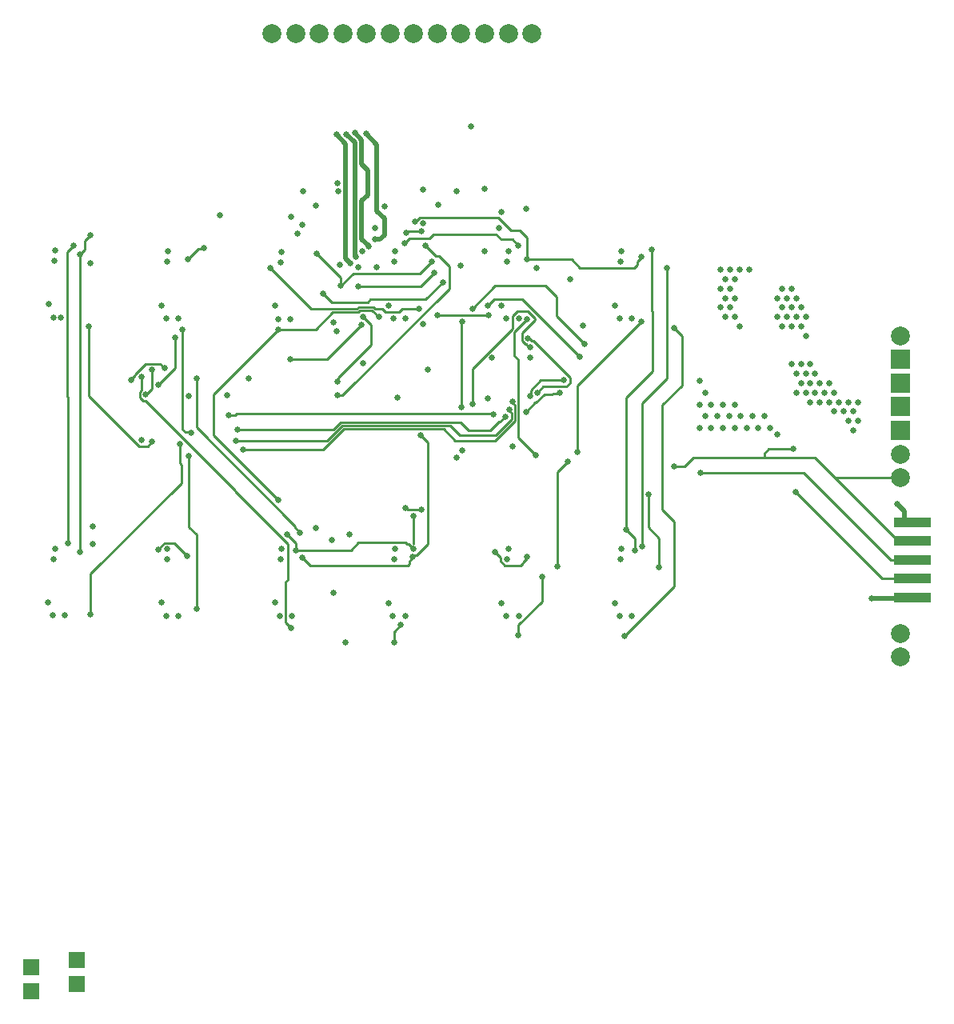
<source format=gbl>
G04*
G04 #@! TF.GenerationSoftware,Altium Limited,Altium Designer,25.8.1 (18)*
G04*
G04 Layer_Physical_Order=4*
G04 Layer_Color=16711680*
%FSLAX25Y25*%
%MOIN*%
G70*
G04*
G04 #@! TF.SameCoordinates,0807C7AB-CCCF-4F98-AE98-2EBD5D57369B*
G04*
G04*
G04 #@! TF.FilePolarity,Positive*
G04*
G01*
G75*
%ADD10C,0.01000*%
%ADD48R,0.15748X0.03937*%
%ADD78C,0.01968*%
%ADD79C,0.07874*%
%ADD80R,0.07874X0.07874*%
%ADD81R,0.07087X0.07087*%
%ADD82C,0.02638*%
%ADD83C,0.02598*%
D10*
X493307Y320866D02*
Y366929D01*
X483071Y250787D02*
Y310630D01*
X493307Y320866D01*
X496457Y341732D02*
X499606Y338583D01*
Y318012D02*
Y338583D01*
X491339Y309744D02*
X499606Y318012D01*
X533858Y289620D02*
X535827Y291589D01*
X533858Y287795D02*
Y289620D01*
Y287795D02*
X555118D01*
X563386Y279528D02*
X590470D01*
X370079Y335039D02*
Y343150D01*
X355906Y319685D02*
X356211Y319991D01*
Y321172D02*
X370079Y335039D01*
X356211Y319991D02*
Y321172D01*
X355906Y313779D02*
X358153D01*
X402587Y358213D01*
X590470Y279528D02*
X590584Y279641D01*
X535827Y291589D02*
X546063D01*
X563386Y279528D02*
X589764Y253150D01*
X504298Y287795D02*
X533858D01*
X500755Y284252D02*
X504298Y287795D01*
X555118D02*
X563386Y279528D01*
X496457Y284252D02*
X500755D01*
X496457Y234252D02*
Y261122D01*
X491339Y266240D02*
X496457Y261122D01*
X550394Y281496D02*
X586614Y245276D01*
X507502Y281496D02*
X550394D01*
X589764Y253150D02*
X595669D01*
X432846Y336579D02*
Y339736D01*
X437071Y336445D02*
X437686D01*
X434362Y335063D02*
X434583D01*
X435788Y333858D01*
X432846Y336579D02*
X434362Y335063D01*
X435788Y333858D02*
X436221D01*
X435433Y337650D02*
X435866D01*
X437071Y336445D01*
X437686D02*
X452980Y321150D01*
X397724Y347215D02*
X418869D01*
X407708Y309047D02*
Y344322D01*
X313429Y305602D02*
X313929Y306102D01*
X310720Y305602D02*
X313429D01*
X310630Y305512D02*
X310720Y305602D01*
X313929Y306102D02*
X420669D01*
X304331Y297244D02*
X331496Y270079D01*
X304331Y314173D02*
X331496Y341339D01*
X304331Y297244D02*
Y314173D01*
X374677Y350000D02*
X376126Y348551D01*
X381534D01*
X369751Y353724D02*
X392701D01*
X336221Y328740D02*
X351575D01*
X366084Y343250D01*
X387829Y246413D02*
X388605Y247189D01*
X386117Y244739D02*
X387396Y246019D01*
Y246413D01*
X388605Y247189D02*
X388867D01*
X385803Y251768D02*
X387795Y249776D01*
X384496Y252394D02*
X385122Y251768D01*
X387402Y246413D02*
X387829D01*
X385122Y251768D02*
X385803D01*
X393701Y252023D02*
Y294094D01*
X388867Y247189D02*
X393701Y252023D01*
X546850Y273622D02*
X583071Y237402D01*
X595669D01*
X586614Y245276D02*
X595669D01*
X433039Y353969D02*
X457087Y329921D01*
X421291Y353969D02*
X433039D01*
X438266Y345155D02*
Y345984D01*
X432846Y339736D02*
X438266Y345155D01*
X429528Y340158D02*
X434981Y345611D01*
X431043Y349043D02*
X435206D01*
X438266Y345984D01*
X447244Y346850D02*
X458936Y335158D01*
X447244Y346850D02*
Y354724D01*
X442520Y359449D02*
X447244Y354724D01*
X421654Y359449D02*
X442520D01*
X412205Y350000D02*
X421654Y359449D01*
X418504Y351181D02*
X421291Y353969D01*
X418869Y347215D02*
X418898Y347244D01*
X397695Y347187D02*
X397724Y347215D01*
X485658Y272496D02*
X485827Y272665D01*
X485658Y258831D02*
Y272496D01*
X364783Y252394D02*
X384496D01*
X387795Y251969D02*
Y263428D01*
X490158Y242126D02*
Y254331D01*
X485658Y258831D02*
X490158Y254331D01*
X384252Y266929D02*
X384684D01*
X385472Y266142D01*
X390945D01*
X390551Y297244D02*
X393701Y294094D01*
X273541Y315185D02*
X274295Y315939D01*
X276127Y314114D02*
X276238D01*
X273541Y313042D02*
Y315185D01*
Y313042D02*
X275056Y311527D01*
X276238Y314114D02*
X278516Y316391D01*
X274295Y315939D02*
Y321539D01*
X275874Y311527D02*
X313316Y274085D01*
X275056Y311527D02*
X275874D01*
X429528Y330675D02*
X431496Y328707D01*
Y296063D02*
Y328707D01*
X423277Y302843D02*
X423800D01*
X428909Y310827D02*
Y311260D01*
X428709Y303908D02*
Y306249D01*
X422045Y297244D02*
X428709Y303908D01*
X430102Y303331D02*
Y309634D01*
X427516Y307441D02*
X428709Y306249D01*
X419553Y299119D02*
X423277Y302843D01*
X423800D02*
X425871Y304914D01*
X431496Y296063D02*
X438583Y288976D01*
X421654Y294882D02*
X430102Y303331D01*
X427516Y307441D02*
Y307874D01*
X428909Y310827D02*
X430102Y309634D01*
X412205Y310236D02*
Y324945D01*
X428941Y341681D01*
Y346941D01*
X431043Y349043D01*
X429528Y330675D02*
Y340158D01*
X452980Y319007D02*
Y321150D01*
X451381Y317408D02*
X452980Y319007D01*
X441744Y317408D02*
X451381D01*
X439370Y315034D02*
X441744Y317408D01*
X440757Y320079D02*
X450394D01*
X436600Y315923D02*
X440757Y320079D01*
X436600Y313861D02*
Y315923D01*
X436295Y313555D02*
X436600Y313861D01*
X438820Y310826D02*
X442167Y314173D01*
X445380D01*
X434557Y306998D02*
X438385Y310826D01*
X434557Y306914D02*
Y306998D01*
X438385Y310826D02*
X438820D01*
X445380Y314173D02*
X445880Y314673D01*
X448531D01*
X448679Y314821D01*
X420669Y306102D02*
X420866Y305906D01*
X405118Y294882D02*
X421654D01*
X410723Y299119D02*
X419553D01*
X400169Y299831D02*
X405118Y294882D01*
X403106Y301224D02*
X407087Y297244D01*
X422045D01*
X407224Y302618D02*
X410723Y299119D01*
X357387Y302618D02*
X407224D01*
X354375Y299606D02*
X357387Y302618D01*
X314173Y299606D02*
X354375D01*
X357964Y301224D02*
X403106D01*
X351622Y294882D02*
X357964Y301224D01*
X313779Y294882D02*
X351622D01*
X358541Y299831D02*
X400169D01*
X350049Y291339D02*
X358541Y299831D01*
X316535Y291339D02*
X350049D01*
X297244Y300394D02*
Y320866D01*
X340213Y256450D02*
Y256718D01*
X338367Y258563D02*
X340213Y256718D01*
X338367Y258563D02*
Y259271D01*
X297244Y300394D02*
X338367Y259271D01*
X291339Y299606D02*
X292501Y298443D01*
X291339Y299606D02*
Y341339D01*
X281260Y318268D02*
X288189Y325197D01*
X282059Y326996D02*
X283858Y325197D01*
X276094Y326996D02*
X282059D01*
X271708Y322610D02*
X276094Y326996D01*
X271708Y322141D02*
Y322610D01*
X270079Y320511D02*
X271708Y322141D01*
X270079Y320079D02*
Y320511D01*
X294633Y298443D02*
X294939Y298137D01*
X292501Y298443D02*
X294633D01*
X402587Y358213D02*
Y367492D01*
X447638Y281890D02*
X451968Y286221D01*
X447638Y242520D02*
Y281890D01*
X455905Y290158D02*
Y317717D01*
X482677Y344488D01*
X335039Y255906D02*
X338583Y252362D01*
X313316Y273971D02*
Y274085D01*
Y273971D02*
X335264Y252023D01*
X441339Y228007D02*
Y238189D01*
X431496Y218165D02*
X441339Y228007D01*
X431496Y213779D02*
Y218165D01*
X334421Y219122D02*
X336614Y216929D01*
X334421Y219122D02*
Y236078D01*
X379528Y215354D02*
X382283Y218110D01*
X379528Y211024D02*
Y215354D01*
X475591Y213386D02*
X496457Y234252D01*
X491339Y266240D02*
Y309744D01*
X370432Y349253D02*
X373228Y346457D01*
X365398Y349253D02*
X370432D01*
X364751Y348606D02*
X365398Y349253D01*
X354116Y348606D02*
X364751D01*
X346848Y341339D02*
X354116Y348606D01*
X331496Y341339D02*
X346848D01*
X364820Y350647D02*
X371009D01*
X364173Y350000D02*
X364820Y350647D01*
X371009D02*
X371656Y350000D01*
X374677D01*
X344882D02*
X364173D01*
X366562Y346667D02*
X370079Y343150D01*
X353768Y352532D02*
X368559D01*
X327953Y366929D02*
X344882Y350000D01*
X381534Y348551D02*
X382983Y350000D01*
X390158D01*
X294094Y259036D02*
X297244Y255886D01*
X294094Y259036D02*
Y288583D01*
X297244Y224803D02*
Y255886D01*
X278516Y316391D02*
Y324185D01*
X278740Y324410D01*
X335264Y236921D02*
Y252023D01*
X334421Y236078D02*
X335264Y236921D01*
X290945Y277382D02*
Y284874D01*
X338583Y249213D02*
Y252362D01*
X290297Y285522D02*
X290945Y284874D01*
X290297Y285522D02*
Y293447D01*
X253150Y239586D02*
X290945Y277382D01*
X253150Y222441D02*
Y239586D01*
X288189Y325197D02*
Y337795D01*
X276941Y292689D02*
X278740Y294488D01*
X273338Y292689D02*
X276941D01*
X252362Y313665D02*
X273338Y292689D01*
X252362Y313665D02*
Y342520D01*
X487008Y349104D02*
Y374410D01*
X487402Y323838D02*
Y348711D01*
X487008Y349104D02*
X487402Y348711D01*
X476378Y312815D02*
X487402Y323838D01*
X476378Y257874D02*
Y312815D01*
X479921Y249213D02*
Y254331D01*
X476378Y257874D02*
X479921Y254331D01*
X341339Y246063D02*
X344512Y242890D01*
X385409D01*
X433319Y243949D02*
Y244304D01*
X435039Y246024D02*
Y246457D01*
X433319Y244304D02*
X435039Y246024D01*
X432260Y242890D02*
X433319Y243949D01*
X425732Y242890D02*
X432260D01*
X423846Y244776D02*
X425732Y242890D01*
X423846Y244776D02*
Y246233D01*
X421654Y248425D02*
X423846Y246233D01*
X386117Y243597D02*
Y244739D01*
X385409Y242890D02*
X386117Y243597D01*
X361602Y249213D02*
X364783Y252394D01*
X338583Y249213D02*
X361602D01*
X287841Y252317D02*
X293307Y246850D01*
X284092Y252317D02*
X287841D01*
X281496Y249721D02*
X284092Y252317D01*
X281496Y249606D02*
Y249721D01*
X243701Y252362D02*
Y313012D01*
X243307Y313405D02*
X243701Y313012D01*
X243307Y313405D02*
Y373622D01*
X246063Y376378D01*
X248819Y248425D02*
Y372441D01*
X250787Y378346D02*
X253150Y380709D01*
X250787Y374409D02*
Y378346D01*
X248819Y372441D02*
X250787Y374409D01*
X300088Y374891D02*
X300394Y375197D01*
X298119Y374891D02*
X300088D01*
X293701Y370472D02*
X298119Y374891D01*
X480938Y369481D02*
X482677Y371221D01*
X479504Y366905D02*
X480938Y368339D01*
X482677Y371221D02*
Y371654D01*
X480938Y368339D02*
Y369481D01*
X457079Y366905D02*
X479504D01*
X453512Y370472D02*
X457079Y366905D01*
X435039Y370472D02*
X453512D01*
X385648Y382148D02*
X390911D01*
X385016Y381516D02*
X385648Y382148D01*
X428361Y382538D02*
X432029D01*
X435039Y370472D02*
Y379528D01*
X432029Y382538D02*
X435039Y379528D01*
X429134Y378740D02*
X431496Y376378D01*
X422102Y380933D02*
X424295Y378740D01*
X429134D01*
X422879Y388020D02*
X428361Y382538D01*
X390348Y388020D02*
X422879D01*
X388549Y386221D02*
X390348Y388020D01*
X388189Y386221D02*
X388549D01*
X384583Y381516D02*
X385016D01*
X395894Y380933D02*
X422102D01*
X394285Y379324D02*
X395894Y380933D01*
X386098Y379324D02*
X394285D01*
X397115Y371782D02*
X398297D01*
X392520Y376378D02*
X397115Y371782D01*
X398297D02*
X402587Y367492D01*
X362598Y364567D02*
X390168D01*
X395301Y369700D01*
X384142Y377369D02*
X386098Y379324D01*
X384094Y377369D02*
X384142D01*
X357480Y359449D02*
Y362936D01*
X347482Y372934D02*
X357480Y362936D01*
X364567Y359055D02*
X390551D01*
X396647Y365151D01*
X392701Y353724D02*
X400000Y361024D01*
X357480Y359449D02*
X362598Y364567D01*
X368559Y352532D02*
X369751Y353724D01*
X350000Y356299D02*
X353768Y352532D01*
D48*
X595669Y261024D02*
D03*
Y229528D02*
D03*
X595669Y237402D02*
D03*
X595669Y245276D02*
D03*
X595669Y253150D02*
D03*
D78*
X593361Y261024D02*
X595669D01*
X592377Y262008D02*
X593361Y261024D01*
X592377Y262008D02*
Y265497D01*
X589370Y268504D02*
X592377Y265497D01*
X595396Y229254D02*
X595669Y229528D01*
X578861Y229254D02*
X595396D01*
X578740Y229134D02*
X578861Y229254D01*
X375590Y380709D02*
Y387402D01*
X372441Y390551D02*
X375590Y387402D01*
X373676Y378794D02*
X375590Y380709D01*
X371707Y378794D02*
X373676D01*
X371654Y378740D02*
X371707Y378794D01*
X372441Y390551D02*
Y418370D01*
X367846Y422964D02*
X372441Y418370D01*
X363390Y423078D02*
X366142Y420326D01*
Y410065D02*
Y420326D01*
X363390Y423078D02*
Y423248D01*
X363238Y372587D02*
Y419058D01*
X359652Y422644D02*
X363238Y419058D01*
X355512Y422441D02*
X359449Y418504D01*
Y370866D02*
Y418504D01*
Y370866D02*
X361417Y368898D01*
X363442Y372119D02*
X363757Y371804D01*
Y371634D02*
Y371804D01*
X366142Y394732D02*
X368504Y397094D01*
X366142Y378967D02*
Y394732D01*
Y378967D02*
X368898Y376212D01*
X363238Y372587D02*
X363442Y372383D01*
Y372119D02*
Y372383D01*
X368898Y376041D02*
Y376212D01*
X366142Y410065D02*
X368504Y407703D01*
Y397094D02*
Y407703D01*
D79*
X590584Y279641D02*
D03*
X590551Y204724D02*
D03*
Y214567D02*
D03*
Y289370D02*
D03*
X437008Y464567D02*
D03*
X427165D02*
D03*
X417323D02*
D03*
X407480D02*
D03*
X397638D02*
D03*
X387795D02*
D03*
X377953D02*
D03*
X368110D02*
D03*
X358268D02*
D03*
X348425D02*
D03*
X338583D02*
D03*
X328740D02*
D03*
X590551Y338583D02*
D03*
D80*
Y299213D02*
D03*
Y309055D02*
D03*
Y318898D02*
D03*
Y328740D02*
D03*
D81*
X228346Y65591D02*
D03*
X247244Y68504D02*
D03*
X228346Y75590D02*
D03*
X247244Y78504D02*
D03*
D82*
X536417Y300197D02*
D03*
X533957Y305118D02*
D03*
X531496Y300197D02*
D03*
X529036Y305118D02*
D03*
X526575Y300197D02*
D03*
X521654Y310039D02*
D03*
X524114Y305118D02*
D03*
X521654Y300197D02*
D03*
X516732Y310039D02*
D03*
X519193Y305118D02*
D03*
X516732Y300197D02*
D03*
X511811Y310039D02*
D03*
X514272Y305118D02*
D03*
X511811Y300197D02*
D03*
X506890Y319882D02*
D03*
X509350Y314961D02*
D03*
X506890Y310039D02*
D03*
X509350Y305118D02*
D03*
X506890Y300197D02*
D03*
X572835Y311024D02*
D03*
X570866Y307087D02*
D03*
X572835Y303150D02*
D03*
X570866Y299213D02*
D03*
X568898Y311024D02*
D03*
X566929Y307087D02*
D03*
X568898Y303150D02*
D03*
X562992Y314961D02*
D03*
X564961Y311024D02*
D03*
X562992Y307087D02*
D03*
X561024Y318898D02*
D03*
X559055Y314961D02*
D03*
X561024Y311024D02*
D03*
X555118Y322835D02*
D03*
X557087Y318898D02*
D03*
X555118Y314961D02*
D03*
X557087Y311024D02*
D03*
X553150Y326772D02*
D03*
X551181Y322835D02*
D03*
X553150Y318898D02*
D03*
X551181Y314961D02*
D03*
X553150Y311024D02*
D03*
X549213Y326772D02*
D03*
X547244Y322835D02*
D03*
X549213Y318898D02*
D03*
X547244Y314961D02*
D03*
X545276Y326772D02*
D03*
X551181Y346457D02*
D03*
Y338583D02*
D03*
X547244Y354331D02*
D03*
X549213Y350394D02*
D03*
X547244Y346457D02*
D03*
X549213Y342520D02*
D03*
X545276Y358268D02*
D03*
X543307Y354331D02*
D03*
X545276Y350394D02*
D03*
X543307Y346457D02*
D03*
X545276Y342520D02*
D03*
X541339Y358268D02*
D03*
X539370Y354331D02*
D03*
X541339Y350394D02*
D03*
X539370Y346457D02*
D03*
X541339Y342520D02*
D03*
X527559Y366142D02*
D03*
X523622D02*
D03*
Y342520D02*
D03*
X519685Y366142D02*
D03*
X521654Y362205D02*
D03*
X519685Y358268D02*
D03*
X521654Y354331D02*
D03*
X519685Y350394D02*
D03*
X521654Y346457D02*
D03*
X515748Y366142D02*
D03*
X517717Y362205D02*
D03*
X515748Y358268D02*
D03*
X517717Y354331D02*
D03*
X515748Y350394D02*
D03*
X517717Y346457D02*
D03*
D83*
X393701Y324410D02*
D03*
X381102Y312992D02*
D03*
X366535Y327165D02*
D03*
X346850Y258661D02*
D03*
X539370Y297494D02*
D03*
X546063Y291589D02*
D03*
X496457Y284252D02*
D03*
X507480Y281496D02*
D03*
X435433Y337650D02*
D03*
X407874Y344488D02*
D03*
X310630Y305512D02*
D03*
X309842Y313779D02*
D03*
X318898Y320866D02*
D03*
X377197Y351138D02*
D03*
X379165Y345870D02*
D03*
X355512Y340551D02*
D03*
X336476Y345669D02*
D03*
X331303D02*
D03*
X354331Y344094D02*
D03*
X405512Y287795D02*
D03*
X407874Y290945D02*
D03*
X361024Y255906D02*
D03*
X353543Y253543D02*
D03*
X387795Y249776D02*
D03*
X387396Y246413D02*
D03*
X379953Y249776D02*
D03*
X589370Y268504D02*
D03*
X578740Y229134D02*
D03*
X546850Y273622D02*
D03*
X457087Y329921D02*
D03*
X434981Y345611D02*
D03*
X458936Y335158D02*
D03*
X412205Y350000D02*
D03*
X418504Y351181D02*
D03*
X407541Y308880D02*
D03*
X418898Y347244D02*
D03*
X485827Y272665D02*
D03*
X490158Y242126D02*
D03*
X387795Y263386D02*
D03*
X384252Y266929D02*
D03*
X390945Y266142D02*
D03*
X276127Y314114D02*
D03*
X427516Y307874D02*
D03*
X428909Y311260D02*
D03*
X425871Y304914D02*
D03*
X412205Y310236D02*
D03*
X436221Y329528D02*
D03*
Y333858D02*
D03*
X420472Y329528D02*
D03*
X450394Y320079D02*
D03*
X439370Y315034D02*
D03*
X436295Y313555D02*
D03*
X434557Y306914D02*
D03*
X448679Y314821D02*
D03*
X420866Y305906D02*
D03*
X418504Y312598D02*
D03*
X297244Y320866D02*
D03*
X294094Y313386D02*
D03*
X281260Y318268D02*
D03*
X314173Y299606D02*
D03*
X313779Y294882D02*
D03*
X316535Y291339D02*
D03*
X283858Y325197D02*
D03*
X291339Y341339D02*
D03*
X270079Y320079D02*
D03*
X274295Y321539D02*
D03*
X390551Y297244D02*
D03*
X391732Y343701D02*
D03*
X355906Y313779D02*
D03*
Y319685D02*
D03*
X397695Y347187D02*
D03*
X294939Y298137D02*
D03*
X429134Y292520D02*
D03*
X411811Y425984D02*
D03*
X451968Y286221D02*
D03*
X447638Y242520D02*
D03*
X455905Y290158D02*
D03*
X482677Y344488D02*
D03*
X438583Y288976D02*
D03*
X253150Y368898D02*
D03*
X331496Y270079D02*
D03*
X340213Y256450D02*
D03*
X338583Y249213D02*
D03*
X335039Y255906D02*
D03*
X441339Y238189D02*
D03*
X431496Y213779D02*
D03*
X336614Y216929D02*
D03*
X379528Y211024D02*
D03*
X382283Y218110D02*
D03*
X379138Y221854D02*
D03*
X354331Y231496D02*
D03*
X359449Y211024D02*
D03*
X426354Y221854D02*
D03*
X473598D02*
D03*
X475591Y213386D02*
D03*
X496457Y341732D02*
D03*
X453150Y362205D02*
D03*
X458268Y342913D02*
D03*
X366562Y346667D02*
D03*
X331496Y341339D02*
D03*
X327953Y366929D02*
D03*
X366084Y343250D02*
D03*
X390158Y350000D02*
D03*
X373228Y346457D02*
D03*
X473598Y345961D02*
D03*
X426354Y345870D02*
D03*
X294094Y288583D02*
D03*
X297244Y224803D02*
D03*
X278740Y324410D02*
D03*
X336221Y328740D02*
D03*
X384339Y345870D02*
D03*
X384311Y221882D02*
D03*
X331835Y222047D02*
D03*
X290297Y293447D02*
D03*
X253150Y222441D02*
D03*
X288189Y337795D02*
D03*
X278740Y294488D02*
D03*
X252362Y342520D02*
D03*
X274410Y295276D02*
D03*
X253937Y251969D02*
D03*
Y259055D02*
D03*
X487008Y374410D02*
D03*
X493307Y366929D02*
D03*
X483071Y250787D02*
D03*
X476378Y257874D02*
D03*
X479921Y249213D02*
D03*
X427197Y249807D02*
D03*
X435039Y246457D02*
D03*
X426803Y245476D02*
D03*
X421654Y248425D02*
D03*
X341339Y246063D02*
D03*
X293307Y246850D02*
D03*
X285163Y249730D02*
D03*
X281496Y249606D02*
D03*
X248819Y248425D02*
D03*
X243701Y252362D02*
D03*
X240721Y346220D02*
D03*
X246063Y376378D02*
D03*
X248819Y372441D02*
D03*
X253150Y380709D02*
D03*
X293701Y370472D02*
D03*
X300394Y375197D02*
D03*
X482677Y371654D02*
D03*
X474441Y373823D02*
D03*
X390911Y382148D02*
D03*
X391732Y385433D02*
D03*
X431496Y376378D02*
D03*
X427197Y373791D02*
D03*
X388189Y386221D02*
D03*
X384583Y381516D02*
D03*
X392520Y376378D02*
D03*
X438976Y366929D02*
D03*
X435039Y370472D02*
D03*
X395301Y369700D02*
D03*
X384094Y377369D02*
D03*
X339370Y381102D02*
D03*
X347482Y372934D02*
D03*
X400000Y361024D02*
D03*
X396457Y364961D02*
D03*
X364567Y359055D02*
D03*
Y367154D02*
D03*
X350000Y356299D02*
D03*
X357480Y359449D02*
D03*
X379559Y369492D02*
D03*
X372441Y367323D02*
D03*
X379953Y373823D02*
D03*
X426824Y369483D02*
D03*
X434602Y391689D02*
D03*
X424451Y390106D02*
D03*
X307087Y388976D02*
D03*
X423228Y383465D02*
D03*
X407480Y367717D02*
D03*
X417323Y374016D02*
D03*
Y400000D02*
D03*
X405512Y398819D02*
D03*
X391732Y399606D02*
D03*
X398031Y393307D02*
D03*
X355906Y402362D02*
D03*
X375590Y392520D02*
D03*
X336614Y388189D02*
D03*
X357087Y368110D02*
D03*
X371648Y383458D02*
D03*
X341339Y385039D02*
D03*
X356299Y398819D02*
D03*
X367846Y422964D02*
D03*
X363390Y423248D02*
D03*
X359652Y422644D02*
D03*
X366308Y373860D02*
D03*
X363757Y371634D02*
D03*
X371654Y378740D02*
D03*
X355512Y422441D02*
D03*
X368898Y376041D02*
D03*
X361417Y368898D02*
D03*
X341732Y398819D02*
D03*
X346850Y392913D02*
D03*
X235409Y227583D02*
D03*
X237378Y222071D02*
D03*
X237772Y245693D02*
D03*
X238165Y250024D02*
D03*
X242496Y222071D02*
D03*
X474047Y369492D02*
D03*
X471685Y351382D02*
D03*
X474047Y245476D02*
D03*
X424441Y351382D02*
D03*
X471685Y227366D02*
D03*
X424441D02*
D03*
X332283Y369291D02*
D03*
X329921Y351181D02*
D03*
X284992Y369492D02*
D03*
X238094Y369842D02*
D03*
X235732Y351732D02*
D03*
X282630Y351382D02*
D03*
X379559Y245476D02*
D03*
X332283Y245669D02*
D03*
X377197Y227366D02*
D03*
X329921Y227559D02*
D03*
X285039Y245669D02*
D03*
X282677Y227559D02*
D03*
X478772Y345870D02*
D03*
X431528D02*
D03*
X332677Y373622D02*
D03*
X284598Y345870D02*
D03*
X285386Y373823D02*
D03*
X289717Y345870D02*
D03*
X474441Y249807D02*
D03*
X431528Y221854D02*
D03*
X478772D02*
D03*
X238488Y374173D02*
D03*
X337008Y222047D02*
D03*
X332677Y250000D02*
D03*
X237700Y346220D02*
D03*
X289764Y222047D02*
D03*
X284646D02*
D03*
M02*

</source>
